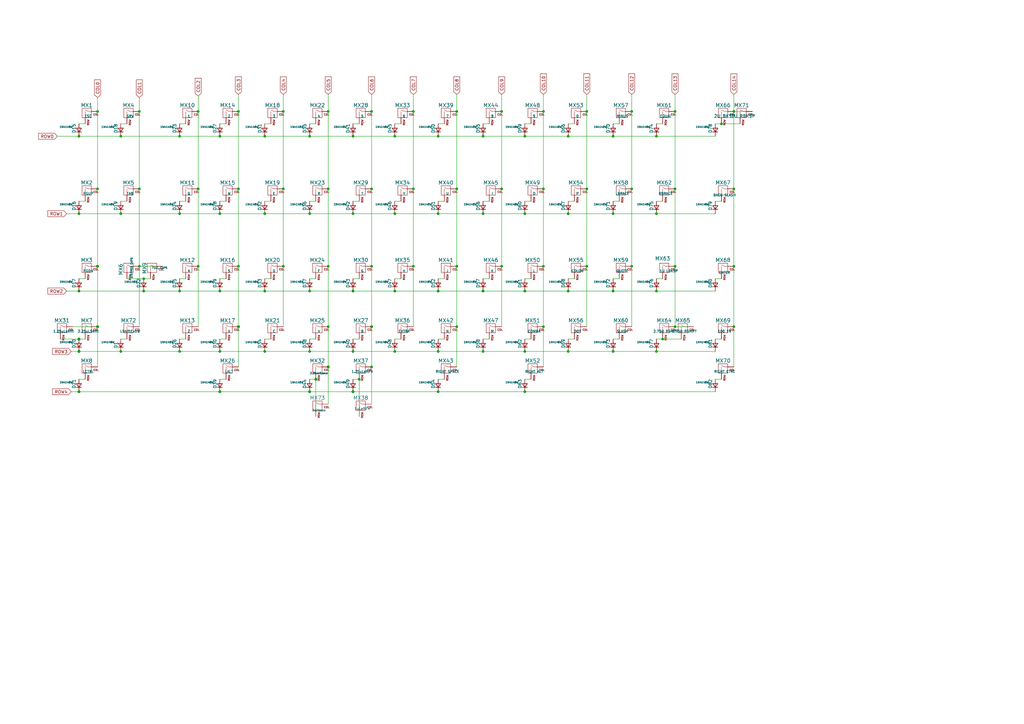
<source format=kicad_sch>
(kicad_sch (version 20210126) (generator eeschema)
  (paper "A3")
  (junction (at 32.385 55.88) (diameter 0.9144))
  (junction (at 32.385 87.63) (diameter 0.9144))
  (junction (at 32.385 119.38) (diameter 0.9144))
  (junction (at 32.385 139.065) (diameter 1.016))
  (junction (at 32.385 144.145) (diameter 1.016))
  (junction (at 32.385 160.655) (diameter 1.016))
  (junction (at 40.005 45.72) (diameter 0.9144))
  (junction (at 40.005 77.47) (diameter 0.9144))
  (junction (at 40.005 109.22) (diameter 1.016))
  (junction (at 40.005 133.985) (diameter 1.016))
  (junction (at 49.53 55.88) (diameter 0.9144))
  (junction (at 49.53 87.63) (diameter 0.9144))
  (junction (at 49.53 144.145) (diameter 0.9144))
  (junction (at 57.15 45.72) (diameter 0.9144))
  (junction (at 57.15 77.47) (diameter 0.9144))
  (junction (at 57.15 109.22) (diameter 0.9144))
  (junction (at 58.928 114.3) (diameter 0.9144))
  (junction (at 58.928 119.38) (diameter 0.9144))
  (junction (at 73.66 55.88) (diameter 0.9144))
  (junction (at 73.66 87.63) (diameter 0.9144))
  (junction (at 73.66 119.38) (diameter 0.9144))
  (junction (at 73.66 144.145) (diameter 0.9144))
  (junction (at 81.28 45.72) (diameter 0.9144))
  (junction (at 81.28 77.47) (diameter 0.9144))
  (junction (at 81.28 109.22) (diameter 0.9144))
  (junction (at 90.17 55.88) (diameter 0.9144))
  (junction (at 90.17 87.63) (diameter 0.9144))
  (junction (at 90.17 119.38) (diameter 0.9144))
  (junction (at 90.17 144.145) (diameter 0.9144))
  (junction (at 90.17 160.655) (diameter 1.016))
  (junction (at 97.79 45.72) (diameter 0.9144))
  (junction (at 97.79 77.47) (diameter 0.9144))
  (junction (at 97.79 109.22) (diameter 0.9144))
  (junction (at 97.79 133.985) (diameter 1.016))
  (junction (at 108.585 55.88) (diameter 0.9144))
  (junction (at 108.585 87.63) (diameter 0.9144))
  (junction (at 108.585 119.38) (diameter 0.9144))
  (junction (at 108.585 144.145) (diameter 0.9144))
  (junction (at 116.205 45.72) (diameter 0.9144))
  (junction (at 116.205 77.47) (diameter 0.9144))
  (junction (at 116.205 109.22) (diameter 0.9144))
  (junction (at 127 55.88) (diameter 0.9144))
  (junction (at 127 87.63) (diameter 0.9144))
  (junction (at 127 119.38) (diameter 0.9144))
  (junction (at 127 144.145) (diameter 0.9144))
  (junction (at 127 160.655) (diameter 1.016))
  (junction (at 129.54 155.575) (diameter 1.016))
  (junction (at 134.62 45.72) (diameter 0.9144))
  (junction (at 134.62 77.47) (diameter 0.9144))
  (junction (at 134.62 109.22) (diameter 0.9144))
  (junction (at 134.62 133.985) (diameter 0.9144))
  (junction (at 134.62 150.495) (diameter 1.016))
  (junction (at 144.78 55.88) (diameter 0.9144))
  (junction (at 144.78 87.63) (diameter 0.9144))
  (junction (at 144.78 119.38) (diameter 0.9144))
  (junction (at 144.78 144.145) (diameter 0.9144))
  (junction (at 144.78 160.655) (diameter 1.016))
  (junction (at 147.32 155.575) (diameter 0.9144))
  (junction (at 152.4 45.72) (diameter 0.9144))
  (junction (at 152.4 77.47) (diameter 0.9144))
  (junction (at 152.4 109.22) (diameter 0.9144))
  (junction (at 152.4 133.985) (diameter 1.016))
  (junction (at 152.4 150.495) (diameter 0.9144))
  (junction (at 161.925 55.88) (diameter 0.9144))
  (junction (at 161.925 87.63) (diameter 0.9144))
  (junction (at 161.925 119.38) (diameter 0.9144))
  (junction (at 161.925 144.145) (diameter 0.9144))
  (junction (at 169.545 45.72) (diameter 0.9144))
  (junction (at 169.545 77.47) (diameter 0.9144))
  (junction (at 169.545 109.22) (diameter 0.9144))
  (junction (at 179.705 55.88) (diameter 0.9144))
  (junction (at 179.705 87.63) (diameter 0.9144))
  (junction (at 179.705 119.38) (diameter 0.9144))
  (junction (at 179.705 144.145) (diameter 0.9144))
  (junction (at 179.705 160.655) (diameter 0.9144))
  (junction (at 187.325 45.72) (diameter 0.9144))
  (junction (at 187.325 77.47) (diameter 0.9144))
  (junction (at 187.325 109.22) (diameter 0.9144))
  (junction (at 187.325 133.985) (diameter 0.9144))
  (junction (at 198.12 55.88) (diameter 0.9144))
  (junction (at 198.12 87.63) (diameter 0.9144))
  (junction (at 198.12 119.38) (diameter 0.9144))
  (junction (at 198.12 144.145) (diameter 0.9144))
  (junction (at 205.74 45.72) (diameter 0.9144))
  (junction (at 205.74 77.47) (diameter 0.9144))
  (junction (at 205.74 109.22) (diameter 0.9144))
  (junction (at 215.265 55.88) (diameter 0.9144))
  (junction (at 215.265 87.63) (diameter 0.9144))
  (junction (at 215.265 119.38) (diameter 0.9144))
  (junction (at 215.265 144.145) (diameter 0.9144))
  (junction (at 215.265 160.655) (diameter 0.9144))
  (junction (at 222.885 45.72) (diameter 0.9144))
  (junction (at 222.885 77.47) (diameter 0.9144))
  (junction (at 222.885 109.22) (diameter 0.9144))
  (junction (at 222.885 133.985) (diameter 0.9144))
  (junction (at 233.045 55.88) (diameter 0.9144))
  (junction (at 233.045 87.63) (diameter 0.9144))
  (junction (at 233.045 119.38) (diameter 0.9144))
  (junction (at 233.045 144.145) (diameter 0.9144))
  (junction (at 240.665 45.72) (diameter 0.9144))
  (junction (at 240.665 77.47) (diameter 0.9144))
  (junction (at 240.665 109.22) (diameter 0.9144))
  (junction (at 251.46 55.88) (diameter 0.9144))
  (junction (at 251.46 87.63) (diameter 0.9144))
  (junction (at 251.46 119.38) (diameter 0.9144))
  (junction (at 251.46 144.145) (diameter 0.9144))
  (junction (at 259.08 45.72) (diameter 0.9144))
  (junction (at 259.08 77.47) (diameter 0.9144))
  (junction (at 259.08 109.22) (diameter 0.9144))
  (junction (at 269.24 55.88) (diameter 0.9144))
  (junction (at 269.24 87.63) (diameter 0.9144))
  (junction (at 269.24 119.38) (diameter 0.9144))
  (junction (at 269.24 144.145) (diameter 0.9144))
  (junction (at 271.78 139.065) (diameter 0.9144))
  (junction (at 276.86 45.72) (diameter 0.9144))
  (junction (at 276.86 77.47) (diameter 0.9144))
  (junction (at 276.86 109.22) (diameter 0.9144))
  (junction (at 276.86 133.985) (diameter 0.9144))
  (junction (at 295.91 50.8) (diameter 0.9144))
  (junction (at 300.99 45.72) (diameter 0.9144))
  (junction (at 300.99 77.47) (diameter 0.9144))
  (junction (at 300.99 109.22) (diameter 0.9144))
  (junction (at 300.99 133.985) (diameter 0.9144))
  (wire (pts (xy 23.495 55.88) (xy 32.385 55.88)))
  (wire (pts (xy 24.765 139.065) (xy 32.385 139.065)))
  (wire (pts (xy 27.305 87.63) (xy 32.385 87.63)))
  (wire (pts (xy 29.21 144.145) (xy 32.385 144.145)))
  (wire (pts (xy 29.21 160.655) (xy 32.385 160.655)))
  (wire (pts (xy 29.845 133.985) (xy 40.005 133.985)))
  (wire (pts (xy 32.385 50.8) (xy 34.925 50.8)))
  (wire (pts (xy 32.385 55.88) (xy 49.53 55.88)))
  (wire (pts (xy 32.385 82.55) (xy 34.925 82.55)))
  (wire (pts (xy 32.385 87.63) (xy 49.53 87.63)))
  (wire (pts (xy 32.385 114.3) (xy 34.925 114.3)))
  (wire (pts (xy 32.385 119.38) (xy 27.305 119.38)))
  (wire (pts (xy 32.385 139.065) (xy 34.925 139.065)))
  (wire (pts (xy 32.385 144.145) (xy 49.53 144.145)))
  (wire (pts (xy 32.385 155.575) (xy 34.925 155.575)))
  (wire (pts (xy 32.385 160.655) (xy 90.17 160.655)))
  (wire (pts (xy 40.005 40.005) (xy 40.005 45.72)))
  (wire (pts (xy 40.005 45.72) (xy 40.005 77.47)))
  (wire (pts (xy 40.005 77.47) (xy 40.005 109.22)))
  (wire (pts (xy 40.005 109.22) (xy 40.005 133.985)))
  (wire (pts (xy 40.005 133.985) (xy 40.005 150.495)))
  (wire (pts (xy 49.53 50.8) (xy 52.07 50.8)))
  (wire (pts (xy 49.53 55.88) (xy 73.66 55.88)))
  (wire (pts (xy 49.53 82.55) (xy 52.07 82.55)))
  (wire (pts (xy 49.53 87.63) (xy 73.66 87.63)))
  (wire (pts (xy 49.53 139.065) (xy 52.07 139.065)))
  (wire (pts (xy 49.53 144.145) (xy 73.66 144.145)))
  (wire (pts (xy 52.07 114.3) (xy 58.928 114.3)))
  (wire (pts (xy 57.15 40.005) (xy 57.15 45.72)))
  (wire (pts (xy 57.15 45.72) (xy 57.15 77.47)))
  (wire (pts (xy 57.15 77.47) (xy 57.15 109.22)))
  (wire (pts (xy 57.15 109.22) (xy 57.15 133.985)))
  (wire (pts (xy 57.15 109.22) (xy 66.802 109.22)))
  (wire (pts (xy 58.928 114.3) (xy 61.722 114.3)))
  (wire (pts (xy 58.928 119.38) (xy 32.385 119.38)))
  (wire (pts (xy 73.66 50.8) (xy 76.2 50.8)))
  (wire (pts (xy 73.66 55.88) (xy 90.17 55.88)))
  (wire (pts (xy 73.66 82.55) (xy 76.2 82.55)))
  (wire (pts (xy 73.66 87.63) (xy 90.17 87.63)))
  (wire (pts (xy 73.66 114.3) (xy 76.2 114.3)))
  (wire (pts (xy 73.66 119.38) (xy 58.928 119.38)))
  (wire (pts (xy 73.66 139.065) (xy 76.2 139.065)))
  (wire (pts (xy 73.66 144.145) (xy 90.17 144.145)))
  (wire (pts (xy 81.28 39.37) (xy 81.28 45.72)))
  (wire (pts (xy 81.28 45.72) (xy 81.28 77.47)))
  (wire (pts (xy 81.28 77.47) (xy 81.28 109.22)))
  (wire (pts (xy 81.28 109.22) (xy 81.28 133.985)))
  (wire (pts (xy 90.17 50.8) (xy 92.71 50.8)))
  (wire (pts (xy 90.17 55.88) (xy 108.585 55.88)))
  (wire (pts (xy 90.17 82.55) (xy 92.71 82.55)))
  (wire (pts (xy 90.17 87.63) (xy 108.585 87.63)))
  (wire (pts (xy 90.17 114.3) (xy 92.71 114.3)))
  (wire (pts (xy 90.17 119.38) (xy 73.66 119.38)))
  (wire (pts (xy 90.17 139.065) (xy 92.71 139.065)))
  (wire (pts (xy 90.17 144.145) (xy 108.585 144.145)))
  (wire (pts (xy 90.17 155.575) (xy 92.71 155.575)))
  (wire (pts (xy 90.17 160.655) (xy 127 160.655)))
  (wire (pts (xy 97.79 38.735) (xy 97.79 45.72)))
  (wire (pts (xy 97.79 45.72) (xy 97.79 77.47)))
  (wire (pts (xy 97.79 77.47) (xy 97.79 109.22)))
  (wire (pts (xy 97.79 109.22) (xy 97.79 133.985)))
  (wire (pts (xy 97.79 133.985) (xy 97.79 150.495)))
  (wire (pts (xy 108.585 50.8) (xy 111.125 50.8)))
  (wire (pts (xy 108.585 55.88) (xy 127 55.88)))
  (wire (pts (xy 108.585 82.55) (xy 111.125 82.55)))
  (wire (pts (xy 108.585 87.63) (xy 127 87.63)))
  (wire (pts (xy 108.585 114.3) (xy 111.125 114.3)))
  (wire (pts (xy 108.585 119.38) (xy 90.17 119.38)))
  (wire (pts (xy 108.585 139.065) (xy 111.125 139.065)))
  (wire (pts (xy 108.585 144.145) (xy 127 144.145)))
  (wire (pts (xy 116.205 38.735) (xy 116.205 45.72)))
  (wire (pts (xy 116.205 45.72) (xy 116.205 77.47)))
  (wire (pts (xy 116.205 77.47) (xy 116.205 109.22)))
  (wire (pts (xy 116.205 109.22) (xy 116.205 133.985)))
  (wire (pts (xy 127 50.8) (xy 129.54 50.8)))
  (wire (pts (xy 127 55.88) (xy 144.78 55.88)))
  (wire (pts (xy 127 82.55) (xy 129.54 82.55)))
  (wire (pts (xy 127 87.63) (xy 144.78 87.63)))
  (wire (pts (xy 127 114.3) (xy 129.54 114.3)))
  (wire (pts (xy 127 119.38) (xy 108.585 119.38)))
  (wire (pts (xy 127 139.065) (xy 129.54 139.065)))
  (wire (pts (xy 127 144.145) (xy 144.78 144.145)))
  (wire (pts (xy 127 155.575) (xy 129.54 155.575)))
  (wire (pts (xy 127 160.655) (xy 144.78 160.655)))
  (wire (pts (xy 129.54 155.575) (xy 129.54 170.815)))
  (wire (pts (xy 134.62 38.735) (xy 134.62 45.72)))
  (wire (pts (xy 134.62 45.72) (xy 134.62 77.47)))
  (wire (pts (xy 134.62 77.47) (xy 134.62 109.22)))
  (wire (pts (xy 134.62 109.22) (xy 134.62 133.985)))
  (wire (pts (xy 134.62 133.985) (xy 134.62 150.495)))
  (wire (pts (xy 134.62 150.495) (xy 134.62 165.735)))
  (wire (pts (xy 144.78 50.8) (xy 147.32 50.8)))
  (wire (pts (xy 144.78 55.88) (xy 161.925 55.88)))
  (wire (pts (xy 144.78 82.55) (xy 147.32 82.55)))
  (wire (pts (xy 144.78 87.63) (xy 161.925 87.63)))
  (wire (pts (xy 144.78 114.3) (xy 147.32 114.3)))
  (wire (pts (xy 144.78 119.38) (xy 127 119.38)))
  (wire (pts (xy 144.78 139.065) (xy 147.32 139.065)))
  (wire (pts (xy 144.78 144.145) (xy 161.925 144.145)))
  (wire (pts (xy 144.78 155.575) (xy 147.32 155.575)))
  (wire (pts (xy 144.78 160.655) (xy 179.705 160.655)))
  (wire (pts (xy 147.32 155.575) (xy 147.32 170.815)))
  (wire (pts (xy 152.4 38.735) (xy 152.4 45.72)))
  (wire (pts (xy 152.4 45.72) (xy 152.4 77.47)))
  (wire (pts (xy 152.4 77.47) (xy 152.4 109.22)))
  (wire (pts (xy 152.4 109.22) (xy 152.4 133.985)))
  (wire (pts (xy 152.4 133.985) (xy 152.4 150.495)))
  (wire (pts (xy 152.4 150.495) (xy 152.4 165.735)))
  (wire (pts (xy 161.925 50.8) (xy 164.465 50.8)))
  (wire (pts (xy 161.925 55.88) (xy 179.705 55.88)))
  (wire (pts (xy 161.925 82.55) (xy 164.465 82.55)))
  (wire (pts (xy 161.925 87.63) (xy 179.705 87.63)))
  (wire (pts (xy 161.925 114.3) (xy 164.465 114.3)))
  (wire (pts (xy 161.925 119.38) (xy 144.78 119.38)))
  (wire (pts (xy 161.925 139.065) (xy 164.465 139.065)))
  (wire (pts (xy 161.925 144.145) (xy 179.705 144.145)))
  (wire (pts (xy 169.545 38.735) (xy 169.545 45.72)))
  (wire (pts (xy 169.545 45.72) (xy 169.545 77.47)))
  (wire (pts (xy 169.545 77.47) (xy 169.545 109.22)))
  (wire (pts (xy 169.545 109.22) (xy 169.545 133.985)))
  (wire (pts (xy 179.705 50.8) (xy 182.245 50.8)))
  (wire (pts (xy 179.705 55.88) (xy 198.12 55.88)))
  (wire (pts (xy 179.705 82.55) (xy 182.245 82.55)))
  (wire (pts (xy 179.705 87.63) (xy 198.12 87.63)))
  (wire (pts (xy 179.705 114.3) (xy 182.245 114.3)))
  (wire (pts (xy 179.705 119.38) (xy 161.925 119.38)))
  (wire (pts (xy 179.705 139.065) (xy 182.245 139.065)))
  (wire (pts (xy 179.705 144.145) (xy 198.12 144.145)))
  (wire (pts (xy 179.705 155.575) (xy 182.245 155.575)))
  (wire (pts (xy 179.705 160.655) (xy 215.265 160.655)))
  (wire (pts (xy 187.325 38.735) (xy 187.325 45.72)))
  (wire (pts (xy 187.325 45.72) (xy 187.325 77.47)))
  (wire (pts (xy 187.325 77.47) (xy 187.325 109.22)))
  (wire (pts (xy 187.325 109.22) (xy 187.325 133.985)))
  (wire (pts (xy 187.325 133.985) (xy 187.325 150.495)))
  (wire (pts (xy 198.12 50.8) (xy 200.66 50.8)))
  (wire (pts (xy 198.12 55.88) (xy 215.265 55.88)))
  (wire (pts (xy 198.12 82.55) (xy 200.66 82.55)))
  (wire (pts (xy 198.12 87.63) (xy 215.265 87.63)))
  (wire (pts (xy 198.12 114.3) (xy 200.66 114.3)))
  (wire (pts (xy 198.12 119.38) (xy 179.705 119.38)))
  (wire (pts (xy 198.12 139.065) (xy 200.66 139.065)))
  (wire (pts (xy 198.12 144.145) (xy 215.265 144.145)))
  (wire (pts (xy 205.74 38.735) (xy 205.74 45.72)))
  (wire (pts (xy 205.74 45.72) (xy 205.74 77.47)))
  (wire (pts (xy 205.74 77.47) (xy 205.74 109.22)))
  (wire (pts (xy 205.74 109.22) (xy 205.74 133.985)))
  (wire (pts (xy 215.265 50.8) (xy 217.805 50.8)))
  (wire (pts (xy 215.265 55.88) (xy 233.045 55.88)))
  (wire (pts (xy 215.265 82.55) (xy 217.805 82.55)))
  (wire (pts (xy 215.265 87.63) (xy 233.045 87.63)))
  (wire (pts (xy 215.265 114.3) (xy 217.805 114.3)))
  (wire (pts (xy 215.265 119.38) (xy 198.12 119.38)))
  (wire (pts (xy 215.265 139.065) (xy 217.805 139.065)))
  (wire (pts (xy 215.265 144.145) (xy 233.045 144.145)))
  (wire (pts (xy 215.265 155.575) (xy 217.805 155.575)))
  (wire (pts (xy 215.265 160.655) (xy 293.37 160.655)))
  (wire (pts (xy 222.885 38.735) (xy 222.885 45.72)))
  (wire (pts (xy 222.885 45.72) (xy 222.885 77.47)))
  (wire (pts (xy 222.885 77.47) (xy 222.885 109.22)))
  (wire (pts (xy 222.885 109.22) (xy 222.885 133.985)))
  (wire (pts (xy 222.885 133.985) (xy 222.885 150.495)))
  (wire (pts (xy 233.045 50.8) (xy 235.585 50.8)))
  (wire (pts (xy 233.045 55.88) (xy 251.46 55.88)))
  (wire (pts (xy 233.045 82.55) (xy 235.585 82.55)))
  (wire (pts (xy 233.045 87.63) (xy 251.46 87.63)))
  (wire (pts (xy 233.045 114.3) (xy 235.585 114.3)))
  (wire (pts (xy 233.045 119.38) (xy 215.265 119.38)))
  (wire (pts (xy 233.045 139.065) (xy 235.585 139.065)))
  (wire (pts (xy 233.045 144.145) (xy 251.46 144.145)))
  (wire (pts (xy 240.665 38.735) (xy 240.665 45.72)))
  (wire (pts (xy 240.665 45.72) (xy 240.665 77.47)))
  (wire (pts (xy 240.665 77.47) (xy 240.665 109.22)))
  (wire (pts (xy 240.665 109.22) (xy 240.665 133.985)))
  (wire (pts (xy 251.46 50.8) (xy 254 50.8)))
  (wire (pts (xy 251.46 55.88) (xy 269.24 55.88)))
  (wire (pts (xy 251.46 82.55) (xy 254 82.55)))
  (wire (pts (xy 251.46 87.63) (xy 269.24 87.63)))
  (wire (pts (xy 251.46 114.3) (xy 254 114.3)))
  (wire (pts (xy 251.46 119.38) (xy 233.045 119.38)))
  (wire (pts (xy 251.46 139.065) (xy 254 139.065)))
  (wire (pts (xy 251.46 144.145) (xy 269.24 144.145)))
  (wire (pts (xy 259.08 38.735) (xy 259.08 45.72)))
  (wire (pts (xy 259.08 45.72) (xy 259.08 77.47)))
  (wire (pts (xy 259.08 77.47) (xy 259.08 109.22)))
  (wire (pts (xy 259.08 109.22) (xy 259.08 133.985)))
  (wire (pts (xy 269.24 50.8) (xy 271.78 50.8)))
  (wire (pts (xy 269.24 55.88) (xy 293.37 55.88)))
  (wire (pts (xy 269.24 82.55) (xy 271.78 82.55)))
  (wire (pts (xy 269.24 87.63) (xy 293.37 87.63)))
  (wire (pts (xy 269.24 114.3) (xy 271.78 114.3)))
  (wire (pts (xy 269.24 119.38) (xy 251.46 119.38)))
  (wire (pts (xy 269.24 139.065) (xy 271.78 139.065)))
  (wire (pts (xy 269.24 144.145) (xy 293.37 144.145)))
  (wire (pts (xy 271.78 139.065) (xy 279.4 139.065)))
  (wire (pts (xy 276.86 38.735) (xy 276.86 45.72)))
  (wire (pts (xy 276.86 45.72) (xy 276.86 77.47)))
  (wire (pts (xy 276.86 77.47) (xy 276.86 109.22)))
  (wire (pts (xy 276.86 109.22) (xy 276.86 133.985)))
  (wire (pts (xy 276.86 133.985) (xy 284.48 133.985)))
  (wire (pts (xy 293.37 50.8) (xy 295.91 50.8)))
  (wire (pts (xy 293.37 82.55) (xy 295.91 82.55)))
  (wire (pts (xy 293.37 114.3) (xy 295.91 114.3)))
  (wire (pts (xy 293.37 119.38) (xy 269.24 119.38)))
  (wire (pts (xy 293.37 139.065) (xy 295.91 139.065)))
  (wire (pts (xy 293.37 155.575) (xy 295.91 155.575)))
  (wire (pts (xy 295.91 50.8) (xy 303.53 50.8)))
  (wire (pts (xy 300.99 38.735) (xy 300.99 45.72)))
  (wire (pts (xy 300.99 45.72) (xy 300.99 77.47)))
  (wire (pts (xy 300.99 45.72) (xy 308.61 45.72)))
  (wire (pts (xy 300.99 77.47) (xy 300.99 109.22)))
  (wire (pts (xy 300.99 109.22) (xy 300.99 133.985)))
  (wire (pts (xy 300.99 133.985) (xy 300.99 150.495)))
  (global_label "ROW0" (shape input) (at 23.495 55.88 180) (property "Intersheet References" "${INTERSHEET_REFS}" (effects hide)))
  (global_label "ROW1" (shape input) (at 27.305 87.63 180) (property "Intersheet References" "${INTERSHEET_REFS}" (effects hide)))
  (global_label "ROW2" (shape input) (at 27.305 119.38 180) (property "Intersheet References" "${INTERSHEET_REFS}" (effects hide)))
  (global_label "ROW3" (shape input) (at 29.21 144.145 180) (property "Intersheet References" "${INTERSHEET_REFS}" (effects hide)))
  (global_label "ROW4" (shape input) (at 29.21 160.655 180) (property "Intersheet References" "${INTERSHEET_REFS}" (effects hide)))
  (global_label "COL0" (shape input) (at 40.005 40.005 90) (property "Intersheet References" "${INTERSHEET_REFS}" (effects hide)))
  (global_label "COL1" (shape input) (at 57.15 40.005 90) (property "Intersheet References" "${INTERSHEET_REFS}" (effects hide)))
  (global_label "COL2" (shape input) (at 81.28 39.37 90) (property "Intersheet References" "${INTERSHEET_REFS}" (effects hide)))
  (global_label "COL3" (shape input) (at 97.79 38.735 90) (property "Intersheet References" "${INTERSHEET_REFS}" (effects hide)))
  (global_label "COL4" (shape input) (at 116.205 38.735 90) (property "Intersheet References" "${INTERSHEET_REFS}" (effects hide)))
  (global_label "COL5" (shape input) (at 134.62 38.735 90) (property "Intersheet References" "${INTERSHEET_REFS}" (effects hide)))
  (global_label "COL6" (shape input) (at 152.4 38.735 90) (property "Intersheet References" "${INTERSHEET_REFS}" (effects hide)))
  (global_label "COL7" (shape input) (at 169.545 38.735 90) (property "Intersheet References" "${INTERSHEET_REFS}" (effects hide)))
  (global_label "COL8" (shape input) (at 187.325 38.735 90) (property "Intersheet References" "${INTERSHEET_REFS}" (effects hide)))
  (global_label "COL9" (shape input) (at 205.74 38.735 90) (property "Intersheet References" "${INTERSHEET_REFS}" (effects hide)))
  (global_label "COL10" (shape input) (at 222.885 38.735 90) (property "Intersheet References" "${INTERSHEET_REFS}" (effects hide)))
  (global_label "COL11" (shape input) (at 240.665 38.735 90) (property "Intersheet References" "${INTERSHEET_REFS}" (effects hide)))
  (global_label "COL12" (shape input) (at 259.08 38.735 90) (property "Intersheet References" "${INTERSHEET_REFS}" (effects hide)))
  (global_label "COL13" (shape input) (at 276.86 38.735 90) (property "Intersheet References" "${INTERSHEET_REFS}" (effects hide)))
  (global_label "COL14" (shape input) (at 300.99 38.735 90) (property "Intersheet References" "${INTERSHEET_REFS}" (effects hide)))
  (symbol (lib_id "Device:D_Small") (at 32.385 53.34 90) (unit 1)
    (property "Reference" "D15" (at 30.353 54.61 0) (effects (justify left)))
    (property "Value" "1N4148W" (at 29.845 52.07 90) (effects (font (size 0.762 0.762)) (justify left)))
    (property "Footprint" "Diode_SMD:D_SOD-123" (effects hide))
    (property "LCSC" "C81598" (effects hide))
  )
  (symbol (lib_id "Device:D_Small") (at 32.385 85.09 90) (unit 1)
    (property "Reference" "D16" (at 30.353 86.36 0) (effects (justify left)))
    (property "Value" "1N4148W" (at 29.845 83.82 90) (effects (font (size 0.762 0.762)) (justify left)))
    (property "Footprint" "Diode_SMD:D_SOD-123" (effects hide))
    (property "LCSC" "C81598" (effects hide))
  )
  (symbol (lib_id "Device:D_Small") (at 32.385 116.84 90) (unit 1)
    (property "Reference" "D17" (at 30.353 118.11 0) (effects (justify left)))
    (property "Value" "1N4148W" (at 29.845 115.57 90) (effects (font (size 0.762 0.762)) (justify left)))
    (property "Footprint" "Diode_SMD:D_SOD-123" (effects hide))
    (property "LCSC" "C81598" (effects hide))
  )
  (symbol (lib_id "Device:D_Small") (at 32.385 141.605 90) (unit 1)
    (property "Reference" "D20" (at 30.353 142.875 0) (effects (justify left)))
    (property "Value" "1N4148W" (at 29.845 140.335 90) (effects (font (size 0.762 0.762)) (justify left)))
    (property "Footprint" "Diode_SMD:D_SOD-123" (effects hide))
    (property "LCSC" "C81598" (effects hide))
  )
  (symbol (lib_id "Device:D_Small") (at 32.385 158.115 90) (unit 1)
    (property "Reference" "D21" (at 30.353 159.385 0) (effects (justify left)))
    (property "Value" "1N4148W" (at 29.845 156.845 90) (effects (font (size 0.762 0.762)) (justify left)))
    (property "Footprint" "Diode_SMD:D_SOD-123" (effects hide))
    (property "LCSC" "C81598" (effects hide))
  )
  (symbol (lib_id "Device:D_Small") (at 49.53 53.34 90) (unit 1)
    (property "Reference" "D18" (at 47.498 54.61 0) (effects (justify left)))
    (property "Value" "1N4148W" (at 46.99 52.07 90) (effects (font (size 0.762 0.762)) (justify left)))
    (property "Footprint" "Diode_SMD:D_SOD-123" (effects hide))
    (property "LCSC" "C81598" (effects hide))
  )
  (symbol (lib_id "Device:D_Small") (at 49.53 85.09 90) (unit 1)
    (property "Reference" "D19" (at 47.498 86.36 0) (effects (justify left)))
    (property "Value" "1N4148W" (at 46.99 83.82 90) (effects (font (size 0.762 0.762)) (justify left)))
    (property "Footprint" "Diode_SMD:D_SOD-123" (effects hide))
    (property "LCSC" "C81598" (effects hide))
  )
  (symbol (lib_id "Device:D_Small") (at 49.53 141.605 90) (unit 1)
    (property "Reference" "D1" (at 47.498 142.875 0) (effects (justify left)))
    (property "Value" "1N4148W" (at 46.99 140.335 90) (effects (font (size 0.762 0.762)) (justify left)))
    (property "Footprint" "Diode_SMD:D_SOD-123" (effects hide))
    (property "LCSC" "C81598" (effects hide))
  )
  (symbol (lib_id "Device:D_Small") (at 58.928 116.84 90) (unit 1)
    (property "Reference" "D22" (at 56.896 118.11 0) (effects (justify left)))
    (property "Value" "1N4148W" (at 56.388 115.57 90) (effects (font (size 0.762 0.762)) (justify left)))
    (property "Footprint" "Diode_SMD:D_SOD-123" (effects hide))
    (property "LCSC" "C81598" (effects hide))
  )
  (symbol (lib_id "Device:D_Small") (at 73.66 53.34 90) (unit 1)
    (property "Reference" "D23" (at 71.628 54.61 0) (effects (justify left)))
    (property "Value" "1N4148W" (at 71.12 52.07 90) (effects (font (size 0.762 0.762)) (justify left)))
    (property "Footprint" "Diode_SMD:D_SOD-123" (effects hide))
    (property "LCSC" "C81598" (effects hide))
  )
  (symbol (lib_id "Device:D_Small") (at 73.66 85.09 90) (unit 1)
    (property "Reference" "D24" (at 71.628 86.36 0) (effects (justify left)))
    (property "Value" "1N4148W" (at 71.12 83.82 90) (effects (font (size 0.762 0.762)) (justify left)))
    (property "Footprint" "Diode_SMD:D_SOD-123" (effects hide))
    (property "LCSC" "C81598" (effects hide))
  )
  (symbol (lib_id "Device:D_Small") (at 73.66 116.84 90) (unit 1)
    (property "Reference" "D25" (at 71.628 118.11 0) (effects (justify left)))
    (property "Value" "1N4148W" (at 71.12 115.57 90) (effects (font (size 0.762 0.762)) (justify left)))
    (property "Footprint" "Diode_SMD:D_SOD-123" (effects hide))
    (property "LCSC" "C81598" (effects hide))
  )
  (symbol (lib_id "Device:D_Small") (at 73.66 141.605 90) (unit 1)
    (property "Reference" "D26" (at 71.628 142.875 0) (effects (justify left)))
    (property "Value" "1N4148W" (at 71.12 140.335 90) (effects (font (size 0.762 0.762)) (justify left)))
    (property "Footprint" "Diode_SMD:D_SOD-123" (effects hide))
    (property "LCSC" "C81598" (effects hide))
  )
  (symbol (lib_id "Device:D_Small") (at 90.17 53.34 90) (unit 1)
    (property "Reference" "D27" (at 88.138 54.61 0) (effects (justify left)))
    (property "Value" "1N4148W" (at 87.63 52.07 90) (effects (font (size 0.762 0.762)) (justify left)))
    (property "Footprint" "Diode_SMD:D_SOD-123" (effects hide))
    (property "LCSC" "C81598" (effects hide))
  )
  (symbol (lib_id "Device:D_Small") (at 90.17 85.09 90) (unit 1)
    (property "Reference" "D28" (at 88.138 86.36 0) (effects (justify left)))
    (property "Value" "1N4148W" (at 87.63 83.82 90) (effects (font (size 0.762 0.762)) (justify left)))
    (property "Footprint" "Diode_SMD:D_SOD-123" (effects hide))
    (property "LCSC" "C81598" (effects hide))
  )
  (symbol (lib_id "Device:D_Small") (at 90.17 116.84 90) (unit 1)
    (property "Reference" "D29" (at 88.138 118.11 0) (effects (justify left)))
    (property "Value" "1N4148W" (at 87.63 115.57 90) (effects (font (size 0.762 0.762)) (justify left)))
    (property "Footprint" "Diode_SMD:D_SOD-123" (effects hide))
    (property "LCSC" "C81598" (effects hide))
  )
  (symbol (lib_id "Device:D_Small") (at 90.17 141.605 90) (unit 1)
    (property "Reference" "D30" (at 88.138 142.875 0) (effects (justify left)))
    (property "Value" "1N4148W" (at 87.63 140.335 90) (effects (font (size 0.762 0.762)) (justify left)))
    (property "Footprint" "Diode_SMD:D_SOD-123" (effects hide))
    (property "LCSC" "C81598" (effects hide))
  )
  (symbol (lib_id "Device:D_Small") (at 90.17 158.115 90) (unit 1)
    (property "Reference" "D39" (at 88.138 159.385 0) (effects (justify left)))
    (property "Value" "1N4148W" (at 87.63 156.845 90) (effects (font (size 0.762 0.762)) (justify left)))
    (property "Footprint" "Diode_SMD:D_SOD-123" (effects hide))
    (property "LCSC" "C81598" (effects hide))
  )
  (symbol (lib_id "Device:D_Small") (at 108.585 53.34 90) (unit 1)
    (property "Reference" "D31" (at 106.553 54.61 0) (effects (justify left)))
    (property "Value" "1N4148W" (at 106.045 52.07 90) (effects (font (size 0.762 0.762)) (justify left)))
    (property "Footprint" "Diode_SMD:D_SOD-123" (effects hide))
    (property "LCSC" "C81598" (effects hide))
  )
  (symbol (lib_id "Device:D_Small") (at 108.585 85.09 90) (unit 1)
    (property "Reference" "D32" (at 106.553 86.36 0) (effects (justify left)))
    (property "Value" "1N4148W" (at 106.045 83.82 90) (effects (font (size 0.762 0.762)) (justify left)))
    (property "Footprint" "Diode_SMD:D_SOD-123" (effects hide))
    (property "LCSC" "C81598" (effects hide))
  )
  (symbol (lib_id "Device:D_Small") (at 108.585 116.84 90) (unit 1)
    (property "Reference" "D33" (at 106.553 118.11 0) (effects (justify left)))
    (property "Value" "1N4148W" (at 106.045 115.57 90) (effects (font (size 0.762 0.762)) (justify left)))
    (property "Footprint" "Diode_SMD:D_SOD-123" (effects hide))
    (property "LCSC" "C81598" (effects hide))
  )
  (symbol (lib_id "Device:D_Small") (at 108.585 141.605 90) (unit 1)
    (property "Reference" "D34" (at 106.553 142.875 0) (effects (justify left)))
    (property "Value" "1N4148W" (at 106.045 140.335 90) (effects (font (size 0.762 0.762)) (justify left)))
    (property "Footprint" "Diode_SMD:D_SOD-123" (effects hide))
    (property "LCSC" "C81598" (effects hide))
  )
  (symbol (lib_id "Device:D_Small") (at 127 53.34 90) (unit 1)
    (property "Reference" "D35" (at 124.968 54.61 0) (effects (justify left)))
    (property "Value" "1N4148W" (at 124.46 52.07 90) (effects (font (size 0.762 0.762)) (justify left)))
    (property "Footprint" "Diode_SMD:D_SOD-123" (effects hide))
    (property "LCSC" "C81598" (effects hide))
  )
  (symbol (lib_id "Device:D_Small") (at 127 85.09 90) (unit 1)
    (property "Reference" "D36" (at 124.968 86.36 0) (effects (justify left)))
    (property "Value" "1N4148W" (at 124.46 83.82 90) (effects (font (size 0.762 0.762)) (justify left)))
    (property "Footprint" "Diode_SMD:D_SOD-123" (effects hide))
    (property "LCSC" "C81598" (effects hide))
  )
  (symbol (lib_id "Device:D_Small") (at 127 116.84 90) (unit 1)
    (property "Reference" "D37" (at 124.968 118.11 0) (effects (justify left)))
    (property "Value" "1N4148W" (at 124.46 115.57 90) (effects (font (size 0.762 0.762)) (justify left)))
    (property "Footprint" "Diode_SMD:D_SOD-123" (effects hide))
    (property "LCSC" "C81598" (effects hide))
  )
  (symbol (lib_id "Device:D_Small") (at 127 141.605 90) (unit 1)
    (property "Reference" "D38" (at 124.968 142.875 0) (effects (justify left)))
    (property "Value" "1N4148W" (at 124.46 140.335 90) (effects (font (size 0.762 0.762)) (justify left)))
    (property "Footprint" "Diode_SMD:D_SOD-123" (effects hide))
    (property "LCSC" "C81598" (effects hide))
  )
  (symbol (lib_id "Device:D_Small") (at 127 158.115 90) (unit 1)
    (property "Reference" "D44" (at 124.968 159.385 0) (effects (justify left)))
    (property "Value" "1N4148W" (at 124.46 156.845 90) (effects (font (size 0.762 0.762)) (justify left)))
    (property "Footprint" "Diode_SMD:D_SOD-123" (effects hide))
    (property "LCSC" "C81598" (effects hide))
  )
  (symbol (lib_id "Device:D_Small") (at 144.78 53.34 90) (unit 1)
    (property "Reference" "D41" (at 142.748 54.61 0) (effects (justify left)))
    (property "Value" "1N4148W" (at 142.24 52.07 90) (effects (font (size 0.762 0.762)) (justify left)))
    (property "Footprint" "Diode_SMD:D_SOD-123" (effects hide))
    (property "LCSC" "C81598" (effects hide))
  )
  (symbol (lib_id "Device:D_Small") (at 144.78 85.09 90) (unit 1)
    (property "Reference" "D42" (at 142.748 86.36 0) (effects (justify left)))
    (property "Value" "1N4148W" (at 142.24 83.82 90) (effects (font (size 0.762 0.762)) (justify left)))
    (property "Footprint" "Diode_SMD:D_SOD-123" (effects hide))
    (property "LCSC" "C81598" (effects hide))
  )
  (symbol (lib_id "Device:D_Small") (at 144.78 116.84 90) (unit 1)
    (property "Reference" "D43" (at 142.748 118.11 0) (effects (justify left)))
    (property "Value" "1N4148W" (at 142.24 115.57 90) (effects (font (size 0.762 0.762)) (justify left)))
    (property "Footprint" "Diode_SMD:D_SOD-123" (effects hide))
    (property "LCSC" "C81598" (effects hide))
  )
  (symbol (lib_id "Device:D_Small") (at 144.78 141.605 90) (unit 1)
    (property "Reference" "D40" (at 142.748 142.875 0) (effects (justify left)))
    (property "Value" "1N4148W" (at 142.24 140.335 90) (effects (font (size 0.762 0.762)) (justify left)))
    (property "Footprint" "Diode_SMD:D_SOD-123" (effects hide))
    (property "LCSC" "C81598" (effects hide))
  )
  (symbol (lib_id "Device:D_Small") (at 144.78 158.115 90) (unit 1)
    (property "Reference" "D49" (at 142.748 159.385 0) (effects (justify left)))
    (property "Value" "1N4148W" (at 142.24 156.845 90) (effects (font (size 0.762 0.762)) (justify left)))
    (property "Footprint" "Diode_SMD:D_SOD-123" (effects hide))
    (property "LCSC" "C81598" (effects hide))
  )
  (symbol (lib_id "Device:D_Small") (at 161.925 53.34 90) (unit 1)
    (property "Reference" "D45" (at 159.893 54.61 0) (effects (justify left)))
    (property "Value" "1N4148W" (at 159.385 52.07 90) (effects (font (size 0.762 0.762)) (justify left)))
    (property "Footprint" "Diode_SMD:D_SOD-123" (effects hide))
    (property "LCSC" "C81598" (effects hide))
  )
  (symbol (lib_id "Device:D_Small") (at 161.925 85.09 90) (unit 1)
    (property "Reference" "D46" (at 159.893 86.36 0) (effects (justify left)))
    (property "Value" "1N4148W" (at 159.385 83.82 90) (effects (font (size 0.762 0.762)) (justify left)))
    (property "Footprint" "Diode_SMD:D_SOD-123" (effects hide))
    (property "LCSC" "C81598" (effects hide))
  )
  (symbol (lib_id "Device:D_Small") (at 161.925 116.84 90) (unit 1)
    (property "Reference" "D47" (at 159.893 118.11 0) (effects (justify left)))
    (property "Value" "1N4148W" (at 159.385 115.57 90) (effects (font (size 0.762 0.762)) (justify left)))
    (property "Footprint" "Diode_SMD:D_SOD-123" (effects hide))
    (property "LCSC" "C81598" (effects hide))
  )
  (symbol (lib_id "Device:D_Small") (at 161.925 141.605 90) (unit 1)
    (property "Reference" "D48" (at 159.893 142.875 0) (effects (justify left)))
    (property "Value" "1N4148W" (at 159.385 140.335 90) (effects (font (size 0.762 0.762)) (justify left)))
    (property "Footprint" "Diode_SMD:D_SOD-123" (effects hide))
    (property "LCSC" "C81598" (effects hide))
  )
  (symbol (lib_id "Device:D_Small") (at 179.705 53.34 90) (unit 1)
    (property "Reference" "D50" (at 177.673 54.61 0) (effects (justify left)))
    (property "Value" "1N4148W" (at 177.165 52.07 90) (effects (font (size 0.762 0.762)) (justify left)))
    (property "Footprint" "Diode_SMD:D_SOD-123" (effects hide))
    (property "LCSC" "C81598" (effects hide))
  )
  (symbol (lib_id "Device:D_Small") (at 179.705 85.09 90) (unit 1)
    (property "Reference" "D51" (at 177.673 86.36 0) (effects (justify left)))
    (property "Value" "1N4148W" (at 177.165 83.82 90) (effects (font (size 0.762 0.762)) (justify left)))
    (property "Footprint" "Diode_SMD:D_SOD-123" (effects hide))
    (property "LCSC" "C81598" (effects hide))
  )
  (symbol (lib_id "Device:D_Small") (at 179.705 116.84 90) (unit 1)
    (property "Reference" "D52" (at 177.673 118.11 0) (effects (justify left)))
    (property "Value" "1N4148W" (at 177.165 115.57 90) (effects (font (size 0.762 0.762)) (justify left)))
    (property "Footprint" "Diode_SMD:D_SOD-123" (effects hide))
    (property "LCSC" "C81598" (effects hide))
  )
  (symbol (lib_id "Device:D_Small") (at 179.705 141.605 90) (unit 1)
    (property "Reference" "D53" (at 177.673 142.875 0) (effects (justify left)))
    (property "Value" "1N4148W" (at 177.165 140.335 90) (effects (font (size 0.762 0.762)) (justify left)))
    (property "Footprint" "Diode_SMD:D_SOD-123" (effects hide))
    (property "LCSC" "C81598" (effects hide))
  )
  (symbol (lib_id "Device:D_Small") (at 179.705 158.115 90) (unit 1)
    (property "Reference" "D54" (at 177.673 159.385 0) (effects (justify left)))
    (property "Value" "1N4148W" (at 177.165 156.845 90) (effects (font (size 0.762 0.762)) (justify left)))
    (property "Footprint" "Diode_SMD:D_SOD-123" (effects hide))
    (property "LCSC" "C81598" (effects hide))
  )
  (symbol (lib_id "Device:D_Small") (at 198.12 53.34 90) (unit 1)
    (property "Reference" "D55" (at 196.088 54.61 0) (effects (justify left)))
    (property "Value" "1N4148W" (at 195.58 52.07 90) (effects (font (size 0.762 0.762)) (justify left)))
    (property "Footprint" "Diode_SMD:D_SOD-123" (effects hide))
    (property "LCSC" "C81598" (effects hide))
  )
  (symbol (lib_id "Device:D_Small") (at 198.12 85.09 90) (unit 1)
    (property "Reference" "D56" (at 196.088 86.36 0) (effects (justify left)))
    (property "Value" "1N4148W" (at 195.58 83.82 90) (effects (font (size 0.762 0.762)) (justify left)))
    (property "Footprint" "Diode_SMD:D_SOD-123" (effects hide))
    (property "LCSC" "C81598" (effects hide))
  )
  (symbol (lib_id "Device:D_Small") (at 198.12 116.84 90) (unit 1)
    (property "Reference" "D57" (at 196.088 118.11 0) (effects (justify left)))
    (property "Value" "1N4148W" (at 195.58 115.57 90) (effects (font (size 0.762 0.762)) (justify left)))
    (property "Footprint" "Diode_SMD:D_SOD-123" (effects hide))
    (property "LCSC" "C81598" (effects hide))
  )
  (symbol (lib_id "Device:D_Small") (at 198.12 141.605 90) (unit 1)
    (property "Reference" "D58" (at 196.088 142.875 0) (effects (justify left)))
    (property "Value" "1N4148W" (at 195.58 140.335 90) (effects (font (size 0.762 0.762)) (justify left)))
    (property "Footprint" "Diode_SMD:D_SOD-123" (effects hide))
    (property "LCSC" "C81598" (effects hide))
  )
  (symbol (lib_id "Device:D_Small") (at 215.265 53.34 90) (unit 1)
    (property "Reference" "D59" (at 213.233 54.61 0) (effects (justify left)))
    (property "Value" "1N4148W" (at 212.725 52.07 90) (effects (font (size 0.762 0.762)) (justify left)))
    (property "Footprint" "Diode_SMD:D_SOD-123" (effects hide))
    (property "LCSC" "C81598" (effects hide))
  )
  (symbol (lib_id "Device:D_Small") (at 215.265 85.09 90) (unit 1)
    (property "Reference" "D60" (at 213.233 86.36 0) (effects (justify left)))
    (property "Value" "1N4148W" (at 212.725 83.82 90) (effects (font (size 0.762 0.762)) (justify left)))
    (property "Footprint" "Diode_SMD:D_SOD-123" (effects hide))
    (property "LCSC" "C81598" (effects hide))
  )
  (symbol (lib_id "Device:D_Small") (at 215.265 116.84 90) (unit 1)
    (property "Reference" "D61" (at 213.233 118.11 0) (effects (justify left)))
    (property "Value" "1N4148W" (at 212.725 115.57 90) (effects (font (size 0.762 0.762)) (justify left)))
    (property "Footprint" "Diode_SMD:D_SOD-123" (effects hide))
    (property "LCSC" "C81598" (effects hide))
  )
  (symbol (lib_id "Device:D_Small") (at 215.265 141.605 90) (unit 1)
    (property "Reference" "D62" (at 213.233 142.875 0) (effects (justify left)))
    (property "Value" "1N4148W" (at 212.725 140.335 90) (effects (font (size 0.762 0.762)) (justify left)))
    (property "Footprint" "Diode_SMD:D_SOD-123" (effects hide))
    (property "LCSC" "C81598" (effects hide))
  )
  (symbol (lib_id "Device:D_Small") (at 215.265 158.115 90) (unit 1)
    (property "Reference" "D63" (at 213.233 159.385 0) (effects (justify left)))
    (property "Value" "1N4148W" (at 212.725 156.845 90) (effects (font (size 0.762 0.762)) (justify left)))
    (property "Footprint" "Diode_SMD:D_SOD-123" (effects hide))
    (property "LCSC" "C81598" (effects hide))
  )
  (symbol (lib_id "Device:D_Small") (at 233.045 53.34 90) (unit 1)
    (property "Reference" "D66" (at 231.013 54.61 0) (effects (justify left)))
    (property "Value" "1N4148W" (at 230.505 52.07 90) (effects (font (size 0.762 0.762)) (justify left)))
    (property "Footprint" "Diode_SMD:D_SOD-123" (effects hide))
    (property "LCSC" "C81598" (effects hide))
  )
  (symbol (lib_id "Device:D_Small") (at 233.045 85.09 90) (unit 1)
    (property "Reference" "D67" (at 231.013 86.36 0) (effects (justify left)))
    (property "Value" "1N4148W" (at 230.505 83.82 90) (effects (font (size 0.762 0.762)) (justify left)))
    (property "Footprint" "Diode_SMD:D_SOD-123" (effects hide))
    (property "LCSC" "C81598" (effects hide))
  )
  (symbol (lib_id "Device:D_Small") (at 233.045 116.84 90) (unit 1)
    (property "Reference" "D68" (at 231.013 118.11 0) (effects (justify left)))
    (property "Value" "1N4148W" (at 230.505 115.57 90) (effects (font (size 0.762 0.762)) (justify left)))
    (property "Footprint" "Diode_SMD:D_SOD-123" (effects hide))
    (property "LCSC" "C81598" (effects hide))
  )
  (symbol (lib_id "Device:D_Small") (at 233.045 141.605 90) (unit 1)
    (property "Reference" "D69" (at 231.013 142.875 0) (effects (justify left)))
    (property "Value" "1N4148W" (at 230.505 140.335 90) (effects (font (size 0.762 0.762)) (justify left)))
    (property "Footprint" "Diode_SMD:D_SOD-123" (effects hide))
    (property "LCSC" "C81598" (effects hide))
  )
  (symbol (lib_id "Device:D_Small") (at 251.46 53.34 90) (unit 1)
    (property "Reference" "D70" (at 249.428 54.61 0) (effects (justify left)))
    (property "Value" "1N4148W" (at 248.92 52.07 90) (effects (font (size 0.762 0.762)) (justify left)))
    (property "Footprint" "Diode_SMD:D_SOD-123" (effects hide))
    (property "LCSC" "C81598" (effects hide))
  )
  (symbol (lib_id "Device:D_Small") (at 251.46 85.09 90) (unit 1)
    (property "Reference" "D71" (at 249.428 86.36 0) (effects (justify left)))
    (property "Value" "1N4148W" (at 248.92 83.82 90) (effects (font (size 0.762 0.762)) (justify left)))
    (property "Footprint" "Diode_SMD:D_SOD-123" (effects hide))
    (property "LCSC" "C81598" (effects hide))
  )
  (symbol (lib_id "Device:D_Small") (at 251.46 116.84 90) (unit 1)
    (property "Reference" "D72" (at 249.428 118.11 0) (effects (justify left)))
    (property "Value" "1N4148W" (at 248.92 115.57 90) (effects (font (size 0.762 0.762)) (justify left)))
    (property "Footprint" "Diode_SMD:D_SOD-123" (effects hide))
    (property "LCSC" "C81598" (effects hide))
  )
  (symbol (lib_id "Device:D_Small") (at 251.46 141.605 90) (unit 1)
    (property "Reference" "D73" (at 249.428 142.875 0) (effects (justify left)))
    (property "Value" "1N4148W" (at 248.92 140.335 90) (effects (font (size 0.762 0.762)) (justify left)))
    (property "Footprint" "Diode_SMD:D_SOD-123" (effects hide))
    (property "LCSC" "C81598" (effects hide))
  )
  (symbol (lib_id "Device:D_Small") (at 269.24 53.34 90) (unit 1)
    (property "Reference" "D74" (at 267.208 54.61 0) (effects (justify left)))
    (property "Value" "1N4148W" (at 266.7 52.07 90) (effects (font (size 0.762 0.762)) (justify left)))
    (property "Footprint" "Diode_SMD:D_SOD-123" (effects hide))
    (property "LCSC" "C81598" (effects hide))
  )
  (symbol (lib_id "Device:D_Small") (at 269.24 85.09 90) (unit 1)
    (property "Reference" "D75" (at 267.208 86.36 0) (effects (justify left)))
    (property "Value" "1N4148W" (at 266.7 83.82 90) (effects (font (size 0.762 0.762)) (justify left)))
    (property "Footprint" "Diode_SMD:D_SOD-123" (effects hide))
    (property "LCSC" "C81598" (effects hide))
  )
  (symbol (lib_id "Device:D_Small") (at 269.24 116.84 90) (unit 1)
    (property "Reference" "D76" (at 267.208 118.11 0) (effects (justify left)))
    (property "Value" "1N4148W" (at 266.7 115.57 90) (effects (font (size 0.762 0.762)) (justify left)))
    (property "Footprint" "Diode_SMD:D_SOD-123" (effects hide))
    (property "LCSC" "C81598" (effects hide))
  )
  (symbol (lib_id "Device:D_Small") (at 269.24 141.605 90) (unit 1)
    (property "Reference" "D77" (at 267.208 142.875 0) (effects (justify left)))
    (property "Value" "1N4148W" (at 266.7 140.335 90) (effects (font (size 0.762 0.762)) (justify left)))
    (property "Footprint" "Diode_SMD:D_SOD-123" (effects hide))
    (property "LCSC" "C81598" (effects hide))
  )
  (symbol (lib_id "Device:D_Small") (at 293.37 53.34 90) (unit 1)
    (property "Reference" "D78" (at 291.338 54.61 0) (effects (justify left)))
    (property "Value" "1N4148W" (at 290.83 52.07 90) (effects (font (size 0.762 0.762)) (justify left)))
    (property "Footprint" "Diode_SMD:D_SOD-123" (effects hide))
    (property "LCSC" "C81598" (effects hide))
  )
  (symbol (lib_id "Device:D_Small") (at 293.37 85.09 90) (unit 1)
    (property "Reference" "D79" (at 291.338 86.36 0) (effects (justify left)))
    (property "Value" "1N4148W" (at 290.83 83.82 90) (effects (font (size 0.762 0.762)) (justify left)))
    (property "Footprint" "Diode_SMD:D_SOD-123" (effects hide))
    (property "LCSC" "C81598" (effects hide))
  )
  (symbol (lib_id "Device:D_Small") (at 293.37 116.84 90) (unit 1)
    (property "Reference" "D80" (at 291.338 118.11 0) (effects (justify left)))
    (property "Value" "1N4148W" (at 290.83 115.57 90) (effects (font (size 0.762 0.762)) (justify left)))
    (property "Footprint" "Diode_SMD:D_SOD-123" (effects hide))
    (property "LCSC" "C81598" (effects hide))
  )
  (symbol (lib_id "Device:D_Small") (at 293.37 141.605 90) (unit 1)
    (property "Reference" "D81" (at 291.338 142.875 0) (effects (justify left)))
    (property "Value" "1N4148W" (at 290.83 140.335 90) (effects (font (size 0.762 0.762)) (justify left)))
    (property "Footprint" "Diode_SMD:D_SOD-123" (effects hide))
    (property "LCSC" "C81598" (effects hide))
  )
  (symbol (lib_id "Device:D_Small") (at 293.37 158.115 90) (unit 1)
    (property "Reference" "D82" (at 291.338 159.385 0) (effects (justify left)))
    (property "Value" "1N4148W" (at 290.83 156.845 90) (effects (font (size 0.762 0.762)) (justify left)))
    (property "Footprint" "Diode_SMD:D_SOD-123" (effects hide))
    (property "LCSC" "C81598" (effects hide))
  )
  (symbol (lib_id "MX_Alps_Hybrid:MX-NoLED") (at 26.035 135.255 0) (unit 1)
    (property "Reference" "MX31" (at 25.4 131.445 0) (effects (font (size 1.524 1.524))))
    (property "Value" "1.25uLshift" (at 26.035 135.89 0) (effects (font (size 0.9906 0.9906))))
    (property "Footprint" "MX_Only:MXOnly-1.25U-NoLED" (effects hide))
  )
  (symbol (lib_id "MX_Alps_Hybrid:MX-NoLED") (at 36.195 46.99 0) (unit 1)
    (property "Reference" "MX1" (at 35.56 43.18 0) (effects (font (size 1.524 1.524))))
    (property "Value" "ESC" (at 36.195 47.625 0) (effects (font (size 0.9906 0.9906))))
    (property "Footprint" "MX_Only:MXOnly-1U-NoLED" (effects hide))
  )
  (symbol (lib_id "MX_Alps_Hybrid:MX-NoLED") (at 36.195 78.74 0) (unit 1)
    (property "Reference" "MX2" (at 35.56 74.93 0) (effects (font (size 1.524 1.524))))
    (property "Value" "PGUP" (at 36.195 79.375 0) (effects (font (size 0.9906 0.9906))))
    (property "Footprint" "MX_Only:MXOnly-1U-NoLED" (effects hide))
  )
  (symbol (lib_id "MX_Alps_Hybrid:MX-NoLED") (at 36.195 110.49 0) (unit 1)
    (property "Reference" "MX3" (at 35.56 106.68 0) (effects (font (size 1.524 1.524))))
    (property "Value" "PGDN" (at 36.195 111.125 0) (effects (font (size 0.9906 0.9906))))
    (property "Footprint" "MX_Only:MXOnly-1U-NoLED" (effects hide))
  )
  (symbol (lib_id "MX_Alps_Hybrid:MX-NoLED") (at 36.195 135.255 0) (unit 1)
    (property "Reference" "MX7" (at 35.56 131.445 0) (effects (font (size 1.524 1.524))))
    (property "Value" "2.25uLShift" (at 36.195 135.89 0) (effects (font (size 0.9906 0.9906))))
    (property "Footprint" "MX_Only:MXOnly-2.25U-NoLED" (effects hide))
  )
  (symbol (lib_id "MX_Alps_Hybrid:MX-NoLED") (at 36.195 151.765 0) (unit 1)
    (property "Reference" "MX8" (at 35.56 147.955 0) (effects (font (size 1.524 1.524))))
    (property "Value" "LCTRL" (at 36.195 152.4 0) (effects (font (size 0.9906 0.9906))))
    (property "Footprint" "MX_Only:MXOnly-1.5U-NoLED" (effects hide))
  )
  (symbol (lib_id "MX_Alps_Hybrid:MX-NoLED") (at 53.34 46.99 0) (unit 1)
    (property "Reference" "MX4" (at 52.705 43.18 0) (effects (font (size 1.524 1.524))))
    (property "Value" "GRV" (at 53.34 47.625 0) (effects (font (size 0.9906 0.9906))))
    (property "Footprint" "MX_Only:MXOnly-1U-NoLED" (effects hide))
  )
  (symbol (lib_id "MX_Alps_Hybrid:MX-NoLED") (at 53.34 78.74 0) (unit 1)
    (property "Reference" "MX5" (at 52.705 74.93 0) (effects (font (size 1.524 1.524))))
    (property "Value" "TAB" (at 53.34 79.375 0) (effects (font (size 0.9906 0.9906))))
    (property "Footprint" "MX_Only:MXOnly-1.5U-NoLED" (effects hide))
  )
  (symbol (lib_id "MX_Alps_Hybrid:MX-NoLED") (at 53.34 110.49 0) (unit 1)
    (property "Reference" "MX6" (at 49.53 110.49 90) (effects (font (size 1.524 1.524))))
    (property "Value" "STEPPED CAPS" (at 53.975 109.855 90) (effects (font (size 0.762 0.762))))
    (property "Footprint" "MX_Only:MXOnly-1.25U-NoLED" (effects hide))
  )
  (symbol (lib_id "MX_Alps_Hybrid:MX-NoLED") (at 53.34 135.255 0) (unit 1)
    (property "Reference" "MX72" (at 52.705 131.445 0) (effects (font (size 1.524 1.524))))
    (property "Value" "LShiftExtra" (at 53.34 135.89 0) (effects (font (size 0.9906 0.9906))))
    (property "Footprint" "MX_Only:MXOnly-1U-NoLED" (effects hide))
  )
  (symbol (lib_id "MX_Alps_Hybrid:MX-NoLED") (at 62.992 110.49 0) (unit 1)
    (property "Reference" "MX9" (at 59.309 109.982 90) (effects (font (size 1.524 1.524))))
    (property "Value" "FULL CAPS" (at 65.532 109.855 0) (effects (font (size 0.762 0.762))))
    (property "Footprint" "MX_Only:MXOnly-1.75U-NoLED" (effects hide))
  )
  (symbol (lib_id "MX_Alps_Hybrid:MX-NoLED") (at 77.47 46.99 0) (unit 1)
    (property "Reference" "MX10" (at 76.835 43.18 0) (effects (font (size 1.524 1.524))))
    (property "Value" "1" (at 77.47 47.625 0) (effects (font (size 0.9906 0.9906))))
    (property "Footprint" "MX_Only:MXOnly-1U-NoLED" (effects hide))
  )
  (symbol (lib_id "MX_Alps_Hybrid:MX-NoLED") (at 77.47 78.74 0) (unit 1)
    (property "Reference" "MX11" (at 76.835 74.93 0) (effects (font (size 1.524 1.524))))
    (property "Value" "Q" (at 77.47 79.375 0) (effects (font (size 0.9906 0.9906))))
    (property "Footprint" "MX_Only:MXOnly-1U-NoLED" (effects hide))
  )
  (symbol (lib_id "MX_Alps_Hybrid:MX-NoLED") (at 77.47 110.49 0) (unit 1)
    (property "Reference" "MX12" (at 76.835 106.68 0) (effects (font (size 1.524 1.524))))
    (property "Value" "A" (at 77.47 111.125 0) (effects (font (size 0.9906 0.9906))))
    (property "Footprint" "MX_Only:MXOnly-1U-NoLED" (effects hide))
  )
  (symbol (lib_id "MX_Alps_Hybrid:MX-NoLED") (at 77.47 135.255 0) (unit 1)
    (property "Reference" "MX13" (at 76.835 131.445 0) (effects (font (size 1.524 1.524))))
    (property "Value" "Z" (at 77.47 135.89 0) (effects (font (size 0.9906 0.9906))))
    (property "Footprint" "MX_Only:MXOnly-1U-NoLED" (effects hide))
  )
  (symbol (lib_id "MX_Alps_Hybrid:MX-NoLED") (at 93.98 46.99 0) (unit 1)
    (property "Reference" "MX14" (at 93.345 43.18 0) (effects (font (size 1.524 1.524))))
    (property "Value" "2" (at 93.98 47.625 0) (effects (font (size 0.9906 0.9906))))
    (property "Footprint" "MX_Only:MXOnly-1U-NoLED" (effects hide))
  )
  (symbol (lib_id "MX_Alps_Hybrid:MX-NoLED") (at 93.98 78.74 0) (unit 1)
    (property "Reference" "MX15" (at 93.345 74.93 0) (effects (font (size 1.524 1.524))))
    (property "Value" "W" (at 93.98 79.375 0) (effects (font (size 0.9906 0.9906))))
    (property "Footprint" "MX_Only:MXOnly-1U-NoLED" (effects hide))
  )
  (symbol (lib_id "MX_Alps_Hybrid:MX-NoLED") (at 93.98 110.49 0) (unit 1)
    (property "Reference" "MX16" (at 93.345 106.68 0) (effects (font (size 1.524 1.524))))
    (property "Value" "S" (at 93.98 111.125 0) (effects (font (size 0.9906 0.9906))))
    (property "Footprint" "MX_Only:MXOnly-1U-NoLED" (effects hide))
  )
  (symbol (lib_id "MX_Alps_Hybrid:MX-NoLED") (at 93.98 135.255 0) (unit 1)
    (property "Reference" "MX17" (at 93.345 131.445 0) (effects (font (size 1.524 1.524))))
    (property "Value" "X" (at 93.98 135.89 0) (effects (font (size 0.9906 0.9906))))
    (property "Footprint" "MX_Only:MXOnly-1U-NoLED" (effects hide))
  )
  (symbol (lib_id "MX_Alps_Hybrid:MX-NoLED") (at 93.98 151.765 0) (unit 1)
    (property "Reference" "MX26" (at 93.345 147.955 0) (effects (font (size 1.524 1.524))))
    (property "Value" "LALT" (at 93.98 152.4 0) (effects (font (size 0.9906 0.9906))))
    (property "Footprint" "MX_Only:MXOnly-1.5U-NoLED" (effects hide))
  )
  (symbol (lib_id "MX_Alps_Hybrid:MX-NoLED") (at 112.395 46.99 0) (unit 1)
    (property "Reference" "MX18" (at 111.76 43.18 0) (effects (font (size 1.524 1.524))))
    (property "Value" "3" (at 112.395 47.625 0) (effects (font (size 0.9906 0.9906))))
    (property "Footprint" "MX_Only:MXOnly-1U-NoLED" (effects hide))
  )
  (symbol (lib_id "MX_Alps_Hybrid:MX-NoLED") (at 112.395 78.74 0) (unit 1)
    (property "Reference" "MX19" (at 111.76 74.93 0) (effects (font (size 1.524 1.524))))
    (property "Value" "E" (at 112.395 79.375 0) (effects (font (size 0.9906 0.9906))))
    (property "Footprint" "MX_Only:MXOnly-1U-NoLED" (effects hide))
  )
  (symbol (lib_id "MX_Alps_Hybrid:MX-NoLED") (at 112.395 110.49 0) (unit 1)
    (property "Reference" "MX20" (at 111.76 106.68 0) (effects (font (size 1.524 1.524))))
    (property "Value" "D" (at 112.395 111.125 0) (effects (font (size 0.9906 0.9906))))
    (property "Footprint" "MX_Only:MXOnly-1U-NoLED" (effects hide))
  )
  (symbol (lib_id "MX_Alps_Hybrid:MX-NoLED") (at 112.395 135.255 0) (unit 1)
    (property "Reference" "MX21" (at 111.76 131.445 0) (effects (font (size 1.524 1.524))))
    (property "Value" "C" (at 112.395 135.89 0) (effects (font (size 0.9906 0.9906))))
    (property "Footprint" "MX_Only:MXOnly-1U-NoLED" (effects hide))
  )
  (symbol (lib_id "MX_Alps_Hybrid:MX-NoLED") (at 130.81 46.99 0) (unit 1)
    (property "Reference" "MX22" (at 130.175 43.18 0) (effects (font (size 1.524 1.524))))
    (property "Value" "4" (at 130.81 47.625 0) (effects (font (size 0.9906 0.9906))))
    (property "Footprint" "MX_Only:MXOnly-1U-NoLED" (effects hide))
  )
  (symbol (lib_id "MX_Alps_Hybrid:MX-NoLED") (at 130.81 78.74 0) (unit 1)
    (property "Reference" "MX23" (at 130.175 74.93 0) (effects (font (size 1.524 1.524))))
    (property "Value" "R" (at 130.81 79.375 0) (effects (font (size 0.9906 0.9906))))
    (property "Footprint" "MX_Only:MXOnly-1U-NoLED" (effects hide))
  )
  (symbol (lib_id "MX_Alps_Hybrid:MX-NoLED") (at 130.81 110.49 0) (unit 1)
    (property "Reference" "MX24" (at 130.175 106.68 0) (effects (font (size 1.524 1.524))))
    (property "Value" "F" (at 130.81 111.125 0) (effects (font (size 0.9906 0.9906))))
    (property "Footprint" "MX_Only:MXOnly-1U-NoLED" (effects hide))
  )
  (symbol (lib_id "MX_Alps_Hybrid:MX-NoLED") (at 130.81 135.255 0) (unit 1)
    (property "Reference" "MX25" (at 130.175 131.445 0) (effects (font (size 1.524 1.524))))
    (property "Value" "V" (at 130.81 135.89 0) (effects (font (size 0.9906 0.9906))))
    (property "Footprint" "MX_Only:MXOnly-1U-NoLED" (effects hide))
  )
  (symbol (lib_id "MX_Alps_Hybrid:MX-NoLED") (at 130.81 151.765 0) (unit 1)
    (property "Reference" "MX32" (at 130.175 147.955 0) (effects (font (size 1.524 1.524))))
    (property "Value" "2.25uLSpace" (at 130.81 153.035 0) (effects (font (size 0.762 0.762))))
    (property "Footprint" "MX_Only:MXOnly-2.25U-ReversedStabilizers-NoLED" (effects hide))
  )
  (symbol (lib_id "MX_Alps_Hybrid:MX-NoLED") (at 130.81 167.005 0) (unit 1)
    (property "Reference" "MX73" (at 130.175 163.195 0) (effects (font (size 1.524 1.524))))
    (property "Value" "2uLSpace" (at 130.81 168.275 0) (effects (font (size 0.762 0.762))))
    (property "Footprint" "MX_Only:MXOnly-2U-ReversedStabilizers-NoLED" (effects hide))
  )
  (symbol (lib_id "MX_Alps_Hybrid:MX-NoLED") (at 148.59 46.99 0) (unit 1)
    (property "Reference" "MX28" (at 147.955 43.18 0) (effects (font (size 1.524 1.524))))
    (property "Value" "5" (at 148.59 47.625 0) (effects (font (size 0.9906 0.9906))))
    (property "Footprint" "MX_Only:MXOnly-1U-NoLED" (effects hide))
  )
  (symbol (lib_id "MX_Alps_Hybrid:MX-NoLED") (at 148.59 78.74 0) (unit 1)
    (property "Reference" "MX29" (at 147.955 74.93 0) (effects (font (size 1.524 1.524))))
    (property "Value" "T" (at 148.59 79.375 0) (effects (font (size 0.9906 0.9906))))
    (property "Footprint" "MX_Only:MXOnly-1U-NoLED" (effects hide))
  )
  (symbol (lib_id "MX_Alps_Hybrid:MX-NoLED") (at 148.59 110.49 0) (unit 1)
    (property "Reference" "MX30" (at 147.955 106.68 0) (effects (font (size 1.524 1.524))))
    (property "Value" "G" (at 148.59 111.125 0) (effects (font (size 0.9906 0.9906))))
    (property "Footprint" "MX_Only:MXOnly-1U-NoLED" (effects hide))
  )
  (symbol (lib_id "MX_Alps_Hybrid:MX-NoLED") (at 148.59 135.255 0) (unit 1)
    (property "Reference" "MX27" (at 147.955 131.445 0) (effects (font (size 1.524 1.524))))
    (property "Value" "B" (at 148.59 135.89 0) (effects (font (size 0.9906 0.9906))))
    (property "Footprint" "MX_Only:MXOnly-1U-NoLED" (effects hide))
  )
  (symbol (lib_id "MX_Alps_Hybrid:MX-NoLED") (at 148.59 151.765 0) (unit 1)
    (property "Reference" "MX37" (at 147.955 147.955 0) (effects (font (size 1.524 1.524))))
    (property "Value" "1.25uLeftFn" (at 148.59 152.4 0) (effects (font (size 0.9906 0.9906))))
    (property "Footprint" "MX_Only:MXOnly-1.25U-NoLED" (effects hide))
  )
  (symbol (lib_id "MX_Alps_Hybrid:MX-NoLED") (at 148.59 167.005 0) (unit 1)
    (property "Reference" "MX38" (at 147.955 163.195 0) (effects (font (size 1.524 1.524))))
    (property "Value" "1uLeftFn" (at 148.59 167.64 0) (effects (font (size 0.9906 0.9906))))
    (property "Footprint" "MX_Only:MXOnly-1U-NoLED" (effects hide))
  )
  (symbol (lib_id "MX_Alps_Hybrid:MX-NoLED") (at 165.735 46.99 0) (unit 1)
    (property "Reference" "MX33" (at 165.1 43.18 0) (effects (font (size 1.524 1.524))))
    (property "Value" "6" (at 165.735 47.625 0) (effects (font (size 0.9906 0.9906))))
    (property "Footprint" "MX_Only:MXOnly-1U-NoLED" (effects hide))
  )
  (symbol (lib_id "MX_Alps_Hybrid:MX-NoLED") (at 165.735 78.74 0) (unit 1)
    (property "Reference" "MX34" (at 165.1 74.93 0) (effects (font (size 1.524 1.524))))
    (property "Value" "Y" (at 165.735 79.375 0) (effects (font (size 0.9906 0.9906))))
    (property "Footprint" "MX_Only:MXOnly-1U-NoLED" (effects hide))
  )
  (symbol (lib_id "MX_Alps_Hybrid:MX-NoLED") (at 165.735 110.49 0) (unit 1)
    (property "Reference" "MX35" (at 165.1 106.68 0) (effects (font (size 1.524 1.524))))
    (property "Value" "H" (at 165.735 111.125 0) (effects (font (size 0.9906 0.9906))))
    (property "Footprint" "MX_Only:MXOnly-1U-NoLED" (effects hide))
  )
  (symbol (lib_id "MX_Alps_Hybrid:MX-NoLED") (at 165.735 135.255 0) (unit 1)
    (property "Reference" "MX36" (at 165.1 131.445 0) (effects (font (size 1.524 1.524))))
    (property "Value" "EXTRA" (at 165.735 135.89 0) (effects (font (size 0.9906 0.9906))))
    (property "Footprint" "MX_Only:MXOnly-1U-NoLED" (effects hide))
  )
  (symbol (lib_id "MX_Alps_Hybrid:MX-NoLED") (at 183.515 46.99 0) (unit 1)
    (property "Reference" "MX39" (at 182.88 43.18 0) (effects (font (size 1.524 1.524))))
    (property "Value" "7" (at 183.515 47.625 0) (effects (font (size 0.9906 0.9906))))
    (property "Footprint" "MX_Only:MXOnly-1U-NoLED" (effects hide))
  )
  (symbol (lib_id "MX_Alps_Hybrid:MX-NoLED") (at 183.515 78.74 0) (unit 1)
    (property "Reference" "MX40" (at 182.88 74.93 0) (effects (font (size 1.524 1.524))))
    (property "Value" "U" (at 183.515 79.375 0) (effects (font (size 0.9906 0.9906))))
    (property "Footprint" "MX_Only:MXOnly-1U-NoLED" (effects hide))
  )
  (symbol (lib_id "MX_Alps_Hybrid:MX-NoLED") (at 183.515 110.49 0) (unit 1)
    (property "Reference" "MX41" (at 182.88 106.68 0) (effects (font (size 1.524 1.524))))
    (property "Value" "J" (at 183.515 111.125 0) (effects (font (size 0.9906 0.9906))))
    (property "Footprint" "MX_Only:MXOnly-1U-NoLED" (effects hide))
  )
  (symbol (lib_id "MX_Alps_Hybrid:MX-NoLED") (at 183.515 135.255 0) (unit 1)
    (property "Reference" "MX42" (at 182.88 131.445 0) (effects (font (size 1.524 1.524))))
    (property "Value" "N" (at 183.515 135.89 0) (effects (font (size 0.9906 0.9906))))
    (property "Footprint" "MX_Only:MXOnly-1U-NoLED" (effects hide))
  )
  (symbol (lib_id "MX_Alps_Hybrid:MX-NoLED") (at 183.515 151.765 0) (unit 1)
    (property "Reference" "MX43" (at 182.88 147.955 0) (effects (font (size 1.524 1.524))))
    (property "Value" "RIGHT SPACE" (at 183.515 152.4 0) (effects (font (size 0.9906 0.9906))))
    (property "Footprint" "MX_Only:MXOnly-2.75U-ReversedStabilizers-NoLED" (effects hide))
  )
  (symbol (lib_id "MX_Alps_Hybrid:MX-NoLED") (at 201.93 46.99 0) (unit 1)
    (property "Reference" "MX44" (at 201.295 43.18 0) (effects (font (size 1.524 1.524))))
    (property "Value" "8" (at 201.93 47.625 0) (effects (font (size 0.9906 0.9906))))
    (property "Footprint" "MX_Only:MXOnly-1U-NoLED" (effects hide))
  )
  (symbol (lib_id "MX_Alps_Hybrid:MX-NoLED") (at 201.93 78.74 0) (unit 1)
    (property "Reference" "MX45" (at 201.295 74.93 0) (effects (font (size 1.524 1.524))))
    (property "Value" "I" (at 201.93 79.375 0) (effects (font (size 0.9906 0.9906))))
    (property "Footprint" "MX_Only:MXOnly-1U-NoLED" (effects hide))
  )
  (symbol (lib_id "MX_Alps_Hybrid:MX-NoLED") (at 201.93 110.49 0) (unit 1)
    (property "Reference" "MX46" (at 201.295 106.68 0) (effects (font (size 1.524 1.524))))
    (property "Value" "K" (at 201.93 111.125 0) (effects (font (size 0.9906 0.9906))))
    (property "Footprint" "MX_Only:MXOnly-1U-NoLED" (effects hide))
  )
  (symbol (lib_id "MX_Alps_Hybrid:MX-NoLED") (at 201.93 135.255 0) (unit 1)
    (property "Reference" "MX47" (at 201.295 131.445 0) (effects (font (size 1.524 1.524))))
    (property "Value" "M" (at 201.93 135.89 0) (effects (font (size 0.9906 0.9906))))
    (property "Footprint" "MX_Only:MXOnly-1U-NoLED" (effects hide))
  )
  (symbol (lib_id "MX_Alps_Hybrid:MX-NoLED") (at 219.075 46.99 0) (unit 1)
    (property "Reference" "MX48" (at 218.44 43.18 0) (effects (font (size 1.524 1.524))))
    (property "Value" "9" (at 219.075 47.625 0) (effects (font (size 0.9906 0.9906))))
    (property "Footprint" "MX_Only:MXOnly-1U-NoLED" (effects hide))
  )
  (symbol (lib_id "MX_Alps_Hybrid:MX-NoLED") (at 219.075 78.74 0) (unit 1)
    (property "Reference" "MX49" (at 218.44 74.93 0) (effects (font (size 1.524 1.524))))
    (property "Value" "O" (at 219.075 79.375 0) (effects (font (size 0.9906 0.9906))))
    (property "Footprint" "MX_Only:MXOnly-1U-NoLED" (effects hide))
  )
  (symbol (lib_id "MX_Alps_Hybrid:MX-NoLED") (at 219.075 110.49 0) (unit 1)
    (property "Reference" "MX50" (at 218.44 106.68 0) (effects (font (size 1.524 1.524))))
    (property "Value" "L" (at 219.075 111.125 0) (effects (font (size 0.9906 0.9906))))
    (property "Footprint" "MX_Only:MXOnly-1U-NoLED" (effects hide))
  )
  (symbol (lib_id "MX_Alps_Hybrid:MX-NoLED") (at 219.075 135.255 0) (unit 1)
    (property "Reference" "MX51" (at 218.44 131.445 0) (effects (font (size 1.524 1.524))))
    (property "Value" "COMMA" (at 219.075 135.89 0) (effects (font (size 0.9906 0.9906))))
    (property "Footprint" "MX_Only:MXOnly-1U-NoLED" (effects hide))
  )
  (symbol (lib_id "MX_Alps_Hybrid:MX-NoLED") (at 219.075 151.765 0) (unit 1)
    (property "Reference" "MX52" (at 218.44 147.955 0) (effects (font (size 1.524 1.524))))
    (property "Value" "RIGHT ALT" (at 219.075 152.4 0) (effects (font (size 0.9906 0.9906))))
    (property "Footprint" "MX_Only:MXOnly-1.5U-NoLED" (effects hide))
  )
  (symbol (lib_id "MX_Alps_Hybrid:MX-NoLED") (at 236.855 46.99 0) (unit 1)
    (property "Reference" "MX53" (at 236.22 43.18 0) (effects (font (size 1.524 1.524))))
    (property "Value" "0" (at 236.855 47.625 0) (effects (font (size 0.9906 0.9906))))
    (property "Footprint" "MX_Only:MXOnly-1U-NoLED" (effects hide))
  )
  (symbol (lib_id "MX_Alps_Hybrid:MX-NoLED") (at 236.855 78.74 0) (unit 1)
    (property "Reference" "MX54" (at 236.22 74.93 0) (effects (font (size 1.524 1.524))))
    (property "Value" "P" (at 236.855 79.375 0) (effects (font (size 0.9906 0.9906))))
    (property "Footprint" "MX_Only:MXOnly-1U-NoLED" (effects hide))
  )
  (symbol (lib_id "MX_Alps_Hybrid:MX-NoLED") (at 236.855 110.49 0) (unit 1)
    (property "Reference" "MX55" (at 236.22 106.68 0) (effects (font (size 1.524 1.524))))
    (property "Value" "COLON" (at 236.855 111.125 0) (effects (font (size 0.9906 0.9906))))
    (property "Footprint" "MX_Only:MXOnly-1U-NoLED" (effects hide))
  )
  (symbol (lib_id "MX_Alps_Hybrid:MX-NoLED") (at 236.855 135.255 0) (unit 1)
    (property "Reference" "MX56" (at 236.22 131.445 0) (effects (font (size 1.524 1.524))))
    (property "Value" "DOT" (at 236.855 135.89 0) (effects (font (size 0.9906 0.9906))))
    (property "Footprint" "MX_Only:MXOnly-1U-NoLED" (effects hide))
  )
  (symbol (lib_id "MX_Alps_Hybrid:MX-NoLED") (at 255.27 46.99 0) (unit 1)
    (property "Reference" "MX57" (at 254.635 43.18 0) (effects (font (size 1.524 1.524))))
    (property "Value" "MINUS" (at 255.27 47.625 0) (effects (font (size 0.9906 0.9906))))
    (property "Footprint" "MX_Only:MXOnly-1U-NoLED" (effects hide))
  )
  (symbol (lib_id "MX_Alps_Hybrid:MX-NoLED") (at 255.27 78.74 0) (unit 1)
    (property "Reference" "MX58" (at 254.635 74.93 0) (effects (font (size 1.524 1.524))))
    (property "Value" "LBRACE" (at 255.27 79.375 0) (effects (font (size 0.9906 0.9906))))
    (property "Footprint" "MX_Only:MXOnly-1U-NoLED" (effects hide))
  )
  (symbol (lib_id "MX_Alps_Hybrid:MX-NoLED") (at 255.27 110.49 0) (unit 1)
    (property "Reference" "MX59" (at 254.635 106.68 0) (effects (font (size 1.524 1.524))))
    (property "Value" "QUOTE" (at 255.27 111.125 0) (effects (font (size 0.9906 0.9906))))
    (property "Footprint" "MX_Only:MXOnly-1U-NoLED" (effects hide))
  )
  (symbol (lib_id "MX_Alps_Hybrid:MX-NoLED") (at 255.27 135.255 0) (unit 1)
    (property "Reference" "MX60" (at 254.635 131.445 0) (effects (font (size 1.524 1.524))))
    (property "Value" "SLASH" (at 255.27 135.89 0) (effects (font (size 0.9906 0.9906))))
    (property "Footprint" "MX_Only:MXOnly-1U-NoLED" (effects hide))
  )
  (symbol (lib_id "MX_Alps_Hybrid:MX-NoLED") (at 273.05 46.99 0) (unit 1)
    (property "Reference" "MX61" (at 272.415 43.18 0) (effects (font (size 1.524 1.524))))
    (property "Value" "EQUAL" (at 273.05 47.625 0) (effects (font (size 0.9906 0.9906))))
    (property "Footprint" "MX_Only:MXOnly-1U-NoLED" (effects hide))
  )
  (symbol (lib_id "MX_Alps_Hybrid:MX-NoLED") (at 273.05 78.74 0) (unit 1)
    (property "Reference" "MX62" (at 272.415 74.93 0) (effects (font (size 1.524 1.524))))
    (property "Value" "RBRACE" (at 273.05 79.375 0) (effects (font (size 0.9906 0.9906))))
    (property "Footprint" "MX_Only:MXOnly-1U-NoLED" (effects hide))
  )
  (symbol (lib_id "MX_Alps_Hybrid:MX-NoLED") (at 273.05 110.49 0) (unit 1)
    (property "Reference" "MX63" (at 271.78 106.045 0) (effects (font (size 1.524 1.524))))
    (property "Value" "1U LBKSP" (at 274.32 111.125 0) (effects (font (size 0.9906 0.9906))))
    (property "Footprint" "MX_Only:MXOnly-1U-NoLED" (effects hide))
  )
  (symbol (lib_id "MX_Alps_Hybrid:MX-NoLED") (at 273.05 135.255 0) (unit 1)
    (property "Reference" "MX64" (at 272.415 131.445 0) (effects (font (size 1.524 1.524))))
    (property "Value" "2.75U RSHIFT" (at 273.05 135.89 0) (effects (font (size 0.9906 0.9906))))
    (property "Footprint" "MX_Only:MXOnly-2.75U-NoLED" (effects hide))
  )
  (symbol (lib_id "MX_Alps_Hybrid:MX-NoLED") (at 280.67 135.255 0) (unit 1)
    (property "Reference" "MX65" (at 280.035 131.445 0) (effects (font (size 1.524 1.524))))
    (property "Value" "1.75U RSHIFT" (at 280.67 135.89 0) (effects (font (size 0.9906 0.9906))))
    (property "Footprint" "MX_Only:MXOnly-1.75U-NoLED" (effects hide))
  )
  (symbol (lib_id "MX_Alps_Hybrid:MX-NoLED") (at 297.18 46.99 0) (unit 1)
    (property "Reference" "MX66" (at 296.545 43.18 0) (effects (font (size 1.524 1.524))))
    (property "Value" "2U BKSP" (at 297.18 47.625 0))
    (property "Footprint" "MX_Only:MXOnly-2U-NoLED" (effects hide))
  )
  (symbol (lib_id "MX_Alps_Hybrid:MX-NoLED") (at 297.18 78.74 0) (unit 1)
    (property "Reference" "MX67" (at 296.545 74.93 0) (effects (font (size 1.524 1.524))))
    (property "Value" "BACK SLASH" (at 297.18 80.01 0) (effects (font (size 0.9906 0.9906))))
    (property "Footprint" "MX_Only:MXOnly-1.5U-NoLED" (effects hide))
  )
  (symbol (lib_id "MX_Alps_Hybrid:MX-NoLED") (at 297.18 110.49 0) (unit 1)
    (property "Reference" "MX68" (at 296.545 106.68 0) (effects (font (size 1.524 1.524))))
    (property "Value" "ENTER" (at 297.18 111.76 0) (effects (font (size 0.9906 0.9906))))
    (property "Footprint" "MX_Only:MXOnly-2.25U-ReversedStabilizers-NoLED" (effects hide))
  )
  (symbol (lib_id "MX_Alps_Hybrid:MX-NoLED") (at 297.18 135.255 0) (unit 1)
    (property "Reference" "MX69" (at 296.545 131.445 0) (effects (font (size 1.524 1.524))))
    (property "Value" "100 FN" (at 297.18 135.89 0) (effects (font (size 0.9906 0.9906))))
    (property "Footprint" "MX_Only:MXOnly-1U-NoLED" (effects hide))
  )
  (symbol (lib_id "MX_Alps_Hybrid:MX-NoLED") (at 297.18 151.765 0) (unit 1)
    (property "Reference" "MX70" (at 296.545 147.955 0) (effects (font (size 1.524 1.524))))
    (property "Value" "RIGHT CTRL" (at 297.18 152.4 0) (effects (font (size 0.9906 0.9906))))
    (property "Footprint" "MX_Only:MXOnly-1.5U-NoLED" (effects hide))
  )
  (symbol (lib_id "MX_Alps_Hybrid:MX-NoLED") (at 304.8 46.99 0) (unit 1)
    (property "Reference" "MX71" (at 304.165 43.18 0) (effects (font (size 1.524 1.524))))
    (property "Value" "1U RBKSP" (at 304.8 47.625 0))
    (property "Footprint" "MX_Only:MXOnly-1U-NoLED" (effects hide))
  )
)
</source>
